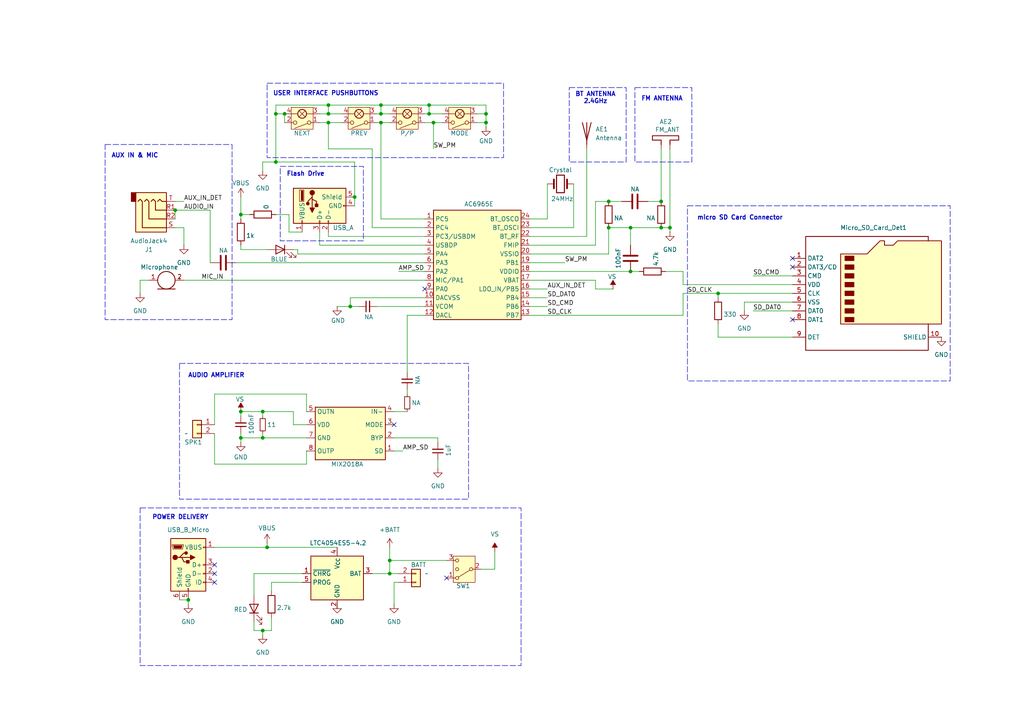
<source format=kicad_sch>
(kicad_sch (version 20231120) (generator "eeschema") (generator_version "8.0")
  (paper "A4")
  (title_block (title "SOLO X5 Reverse Engineering") (date "2024-07-18") (rev "v1.0") (company "Helium Labs"))
  (lib_symbols
    (symbol "Battery_Management:LTC4054ES5-4.2"
      (property "Reference" "U" (at -5.842 6.604 0))
      (property "Value" "LTC4054ES5-4.2" (at 1.524 6.604 0))
      (symbol "LTC4054ES5-4.2_0_1"
        (rectangle (start -7.62 5.08) (end 7.62 -7.62) (stroke (width 0.254)) (fill (type background)))
      )
      (symbol "LTC4054ES5-4.2_1_1"
        (pin open_collector line (at -10.16 0 0) (length 2.54) (name "~{CHRG}") (number "1"))
        (pin power_in line (at 0 -10.16 90) (length 2.54) (name "GND") (number "2"))
        (pin power_out line (at 10.16 0 180) (length 2.54) (name "BAT") (number "3"))
        (pin power_in line (at 0 7.62 270) (length 2.54) (name "V_{CC}") (number "4"))
        (pin bidirectional line (at -10.16 -2.54 0) (length 2.54) (name "PROG") (number "5"))
      )
    )
    (symbol "Connector:Micro_SD_Card_Det1"
      (property "Reference" "J" (at -16.51 17.78 0))
      (property "Value" "Micro_SD_Card_Det1" (at 16.51 17.78 0))
      (symbol "Micro_SD_Card_Det1_0_1"
        (rectangle (start -7.62 -6.985) (end -5.08 -8.255) (stroke (width 0.254)) (fill (type outline)))
        (rectangle (start -7.62 -4.445) (end -5.08 -5.715) (stroke (width 0.254)) (fill (type outline)))
        (rectangle (start -7.62 -1.905) (end -5.08 -3.175) (stroke (width 0.254)) (fill (type outline)))
        (rectangle (start -7.62 0.635) (end -5.08 -0.635) (stroke (width 0.254)) (fill (type outline)))
        (rectangle (start -7.62 3.175) (end -5.08 1.905) (stroke (width 0.254)) (fill (type outline)))
        (rectangle (start -7.62 5.715) (end -5.08 4.445) (stroke (width 0.254)) (fill (type outline)))
        (rectangle (start -7.62 8.255) (end -5.08 6.985) (stroke (width 0.254)) (fill (type outline)))
        (rectangle (start -7.62 10.795) (end -5.08 9.525) (stroke (width 0.254)) (fill (type outline)))
        (polyline (pts (xy 16.51 15.24) (xy 16.51 16.51) (xy -19.05 16.51) (xy -19.05 -16.51) (xy 16.51 -16.51) (xy 16.51 -8.89)) (stroke (width 0.254)))
        (polyline (pts (xy -8.89 -8.89) (xy -8.89 11.43) (xy -1.27 11.43) (xy 2.54 15.24) (xy 3.81 15.24) (xy 3.81 13.97) (xy 6.35 13.97) (xy 7.62 15.24) (xy 20.32 15.24) (xy 20.32 -8.89) (xy -8.89 -8.89)) (stroke (width 0.254)) (fill (type background)))
      )
      (symbol "Micro_SD_Card_Det1_1_1"
        (pin bidirectional line (at -22.86 10.16 0) (length 3.81) (name "DAT2") (number "1"))
        (pin passive line (at 20.32 -12.7 180) (length 3.81) (name "SHIELD") (number "10"))
        (pin bidirectional line (at -22.86 7.62 0) (length 3.81) (name "DAT3/CD") (number "2"))
        (pin input line (at -22.86 5.08 0) (length 3.81) (name "CMD") (number "3"))
        (pin power_in line (at -22.86 2.54 0) (length 3.81) (name "VDD") (number "4"))
        (pin input line (at -22.86 0 0) (length 3.81) (name "CLK") (number "5"))
        (pin power_in line (at -22.86 -2.54 0) (length 3.81) (name "VSS") (number "6"))
        (pin bidirectional line (at -22.86 -5.08 0) (length 3.81) (name "DAT0") (number "7"))
        (pin bidirectional line (at -22.86 -7.62 0) (length 3.81) (name "DAT1") (number "8"))
        (pin passive line (at -22.86 -12.7 0) (length 3.81) (name "DET") (number "9"))
      )
    )
    (symbol "Connector:USB_A" (pin_names (offset 1.016))
      (property "Reference" "J" (at -5.08 11.43 0))
      (property "Value" "USB_A" (at -5.08 8.89 0))
      (symbol "USB_A_0_1"
        (rectangle (start -5.08 -7.62) (end 5.08 7.62) (stroke (width 0.254)) (fill (type background)))
        (circle (center -3.81 2.159) (radius 0.635) (stroke (width 0.254)) (fill (type outline)))
        (rectangle (start -1.524 4.826) (end -4.318 5.334) (fill (type outline)))
        (rectangle (start -1.27 4.572) (end -4.572 5.842))
        (circle (center -0.635 3.429) (radius 0.381) (stroke (width 0.254)) (fill (type outline)))
        (rectangle (start -0.127 -7.62) (end 0.127 -6.858))
        (polyline (pts (xy -3.175 2.159) (xy -2.54 2.159) (xy -1.27 3.429) (xy -0.635 3.429)) (stroke (width 0.254)))
        (polyline (pts (xy -2.54 2.159) (xy -1.905 2.159) (xy -1.27 0.889) (xy 0 0.889)) (stroke (width 0.254)))
        (polyline (pts (xy 0.635 2.794) (xy 0.635 1.524) (xy 1.905 2.159) (xy 0.635 2.794)) (stroke (width 0.254)) (fill (type outline)))
        (rectangle (start 0.254 1.27) (end -0.508 0.508) (stroke (width 0.254)) (fill (type outline)))
        (rectangle (start 5.08 -2.667) (end 4.318 -2.413))
        (rectangle (start 5.08 -0.127) (end 4.318 0.127))
        (rectangle (start 5.08 4.953) (end 4.318 5.207))
      )
      (symbol "USB_A_1_1"
        (polyline (pts (xy -1.905 2.159) (xy 0.635 2.159)) (stroke (width 0.254)))
        (pin power_in line (at 7.62 5.08 180) (length 2.54) (name "VBUS") (number "1"))
        (pin bidirectional line (at 7.62 -2.54 180) (length 2.54) (name "D-") (number "2"))
        (pin bidirectional line (at 7.62 0 180) (length 2.54) (name "D+") (number "3"))
        (pin power_in line (at 0 -10.16 90) (length 2.54) (name "GND") (number "4"))
        (pin passive line (at -2.54 -10.16 90) (length 2.54) (name "Shield") (number "5"))
      )
    )
    (symbol "Connector:USB_B_Micro" (pin_names (offset 1.016))
      (property "Reference" "J" (at -5.08 11.43 0))
      (property "Value" "USB_B_Micro" (at -5.08 8.89 0))
      (symbol "USB_B_Micro_0_1"
        (rectangle (start -5.08 -7.62) (end 5.08 7.62) (stroke (width 0.254)) (fill (type background)))
        (circle (center -3.81 2.159) (radius 0.635) (stroke (width 0.254)) (fill (type outline)))
        (circle (center -0.635 3.429) (radius 0.381) (stroke (width 0.254)) (fill (type outline)))
        (rectangle (start -0.127 -7.62) (end 0.127 -6.858))
        (polyline (pts (xy -1.905 2.159) (xy 0.635 2.159)) (stroke (width 0.254)))
        (polyline (pts (xy -3.175 2.159) (xy -2.54 2.159) (xy -1.27 3.429) (xy -0.635 3.429)) (stroke (width 0.254)))
        (polyline (pts (xy -2.54 2.159) (xy -1.905 2.159) (xy -1.27 0.889) (xy 0 0.889)) (stroke (width 0.254)))
        (polyline (pts (xy 0.635 2.794) (xy 0.635 1.524) (xy 1.905 2.159) (xy 0.635 2.794)) (stroke (width 0.254)) (fill (type outline)))
        (polyline (pts (xy -4.318 5.588) (xy -1.778 5.588) (xy -2.032 4.826) (xy -4.064 4.826) (xy -4.318 5.588)) (fill (type outline)))
        (polyline (pts (xy -4.699 5.842) (xy -4.699 5.588) (xy -4.445 4.826) (xy -4.445 4.572) (xy -1.651 4.572) (xy -1.651 4.826) (xy -1.397 5.588) (xy -1.397 5.842) (xy -4.699 5.842)))
        (rectangle (start 0.254 1.27) (end -0.508 0.508) (stroke (width 0.254)) (fill (type outline)))
        (rectangle (start 5.08 -5.207) (end 4.318 -4.953))
        (rectangle (start 5.08 -2.667) (end 4.318 -2.413))
        (rectangle (start 5.08 -0.127) (end 4.318 0.127))
        (rectangle (start 5.08 4.953) (end 4.318 5.207))
      )
      (symbol "USB_B_Micro_1_1"
        (pin power_out line (at 7.62 5.08 180) (length 2.54) (name "VBUS") (number "1"))
        (pin bidirectional line (at 7.62 -2.54 180) (length 2.54) (name "D-") (number "2"))
        (pin bidirectional line (at 7.62 0 180) (length 2.54) (name "D+") (number "3"))
        (pin passive line (at 7.62 -5.08 180) (length 2.54) (name "ID") (number "4"))
        (pin power_out line (at 0 -10.16 90) (length 2.54) (name "GND") (number "5"))
        (pin passive line (at -2.54 -10.16 90) (length 2.54) (name "Shield") (number "6"))
      )
    )
    (symbol "Connector_Audio:AudioJack4"
      (property "Reference" "J" (at 0 8.89 0))
      (property "Value" "AudioJack4" (at 0 6.35 0))
      (symbol "AudioJack4_0_1"
        (rectangle (start -6.35 -5.08) (end -7.62 -7.62) (stroke (width 0.254)) (fill (type outline)))
        (polyline (pts (xy 0 -5.08) (xy 0.635 -5.715) (xy 1.27 -5.08) (xy 2.54 -5.08)) (stroke (width 0.254)))
        (polyline (pts (xy -5.715 -5.08) (xy -5.08 -5.715) (xy -4.445 -5.08) (xy -4.445 2.54) (xy 2.54 2.54)) (stroke (width 0.254)))
        (polyline (pts (xy -1.905 -5.08) (xy -1.27 -5.715) (xy -0.635 -5.08) (xy -0.635 -2.54) (xy 2.54 -2.54)) (stroke (width 0.254)))
        (polyline (pts (xy 2.54 0) (xy -2.54 0) (xy -2.54 -5.08) (xy -3.175 -5.715) (xy -3.81 -5.08)) (stroke (width 0.254)))
        (rectangle (start 2.54 3.81) (end -6.35 -7.62) (stroke (width 0.254)) (fill (type background)))
      )
      (symbol "AudioJack4_1_1"
        (pin passive line (at 5.08 -2.54 180) (length 2.54) (name "~") (number "R1"))
        (pin passive line (at 5.08 0 180) (length 2.54) (name "~") (number "R2"))
        (pin passive line (at 5.08 2.54 180) (length 2.54) (name "~") (number "S"))
        (pin passive line (at 5.08 -5.08 180) (length 2.54) (name "~") (number "T"))
      )
    )
    (symbol "Connector_Generic:Conn_01x02" (pin_names (offset 1.016) hide)
      (property "Reference" "J" (at 0 2.54 0))
      (property "Value" "Conn_01x02" (at 0 -5.08 0))
      (symbol "Conn_01x02_1_1"
        (rectangle (start -1.27 -2.413) (end 0 -2.667) (stroke (width 0.1524)))
        (rectangle (start -1.27 0.127) (end 0 -0.127) (stroke (width 0.1524)))
        (rectangle (start -1.27 1.27) (end 1.27 -3.81) (stroke (width 0.254)) (fill (type background)))
        (pin passive line (at -5.08 0 0) (length 3.81) (name "Pin_1") (number "1"))
        (pin passive line (at -5.08 -2.54 0) (length 3.81) (name "Pin_2") (number "2"))
      )
    )
    (symbol "Device:Antenna" (pin_numbers hide) (pin_names (offset 1.016) hide)
      (property "Reference" "AE" (at -1.905 1.905 0))
      (property "Value" "Antenna" (at -1.905 0 0))
      (symbol "Antenna_0_1"
        (polyline (pts (xy 0 2.54) (xy 0 -3.81)) (stroke (width 0.254)))
        (polyline (pts (xy 1.27 2.54) (xy 0 -2.54) (xy -1.27 2.54)) (stroke (width 0.254)))
      )
      (symbol "Antenna_1_1"
        (pin input line (at 0 -5.08 90) (length 2.54) (name "A") (number "1"))
      )
    )
    (symbol "Device:Antenna_Dipole" (pin_numbers hide) (pin_names (offset 1.016) hide)
      (property "Reference" "AE" (at 1.27 1.27 0))
      (property "Value" "Antenna_Dipole" (at 1.27 0 0))
      (symbol "Antenna_Dipole_0_1"
        (polyline (pts (xy 2.54 -3.81) (xy 2.54 -2.54) (xy 5.08 -2.54) (xy 5.08 -1.27) (xy -2.54 -1.27) (xy -2.54 -2.54) (xy 0 -2.54) (xy 0 -3.81)) (stroke (width 0.254)))
      )
      (symbol "Antenna_Dipole_1_1"
        (pin input line (at 0 -5.08 90) (length 2.54) (name "~") (number "1"))
        (pin input line (at 2.54 -5.08 90) (length 2.54) (name "~") (number "2"))
      )
    )
    (symbol "Device:C" (pin_numbers hide) (pin_names (offset 0.254))
      (property "Reference" "C" (at 0.635 2.54 0))
      (property "Value" "C" (at 0.635 -2.54 0))
      (symbol "C_0_1"
        (polyline (pts (xy -2.032 -0.762) (xy 2.032 -0.762)) (stroke (width 0.508)))
        (polyline (pts (xy -2.032 0.762) (xy 2.032 0.762)) (stroke (width 0.508)))
      )
      (symbol "C_1_1"
        (pin passive line (at 0 3.81 270) (length 2.794) (name "~") (number "1"))
        (pin passive line (at 0 -3.81 90) (length 2.794) (name "~") (number "2"))
      )
    )
    (symbol "Device:C_Small" (pin_numbers hide) (pin_names (offset 0.254) hide)
      (property "Reference" "C" (at 0.254 1.778 0))
      (property "Value" "C_Small" (at 0.254 -2.032 0))
      (symbol "C_Small_0_1"
        (polyline (pts (xy -1.524 -0.508) (xy 1.524 -0.508)) (stroke (width 0.3302)))
        (polyline (pts (xy -1.524 0.508) (xy 1.524 0.508)) (stroke (width 0.3048)))
      )
      (symbol "C_Small_1_1"
        (pin passive line (at 0 2.54 270) (length 2.032) (name "~") (number "1"))
        (pin passive line (at 0 -2.54 90) (length 2.032) (name "~") (number "2"))
      )
    )
    (symbol "Device:Crystal" (pin_numbers hide) (pin_names (offset 1.016) hide)
      (property "Reference" "Y" (at 0 3.81 0))
      (property "Value" "Crystal" (at 0 -3.81 0))
      (symbol "Crystal_0_1"
        (rectangle (start -1.143 2.54) (end 1.143 -2.54) (stroke (width 0.3048)))
        (polyline (pts (xy -2.54 0) (xy -1.905 0)))
        (polyline (pts (xy -1.905 -1.27) (xy -1.905 1.27)) (stroke (width 0.508)))
        (polyline (pts (xy 1.905 -1.27) (xy 1.905 1.27)) (stroke (width 0.508)))
        (polyline (pts (xy 2.54 0) (xy 1.905 0)))
      )
      (symbol "Crystal_1_1"
        (pin passive line (at -3.81 0 0) (length 1.27) (name "1") (number "1"))
        (pin passive line (at 3.81 0 180) (length 1.27) (name "2") (number "2"))
      )
    )
    (symbol "Device:LED" (pin_numbers hide) (pin_names (offset 1.016) hide)
      (property "Reference" "D" (at 0 2.54 0))
      (property "Value" "LED" (at 0 -2.54 0))
      (symbol "LED_0_1"
        (polyline (pts (xy -1.27 -1.27) (xy -1.27 1.27)) (stroke (width 0.254)))
        (polyline (pts (xy -1.27 0) (xy 1.27 0)))
        (polyline (pts (xy 1.27 -1.27) (xy 1.27 1.27) (xy -1.27 0) (xy 1.27 -1.27)) (stroke (width 0.254)))
        (polyline (pts (xy -3.048 -0.762) (xy -4.572 -2.286) (xy -3.81 -2.286) (xy -4.572 -2.286) (xy -4.572 -1.524)))
        (polyline (pts (xy -1.778 -0.762) (xy -3.302 -2.286) (xy -2.54 -2.286) (xy -3.302 -2.286) (xy -3.302 -1.524)))
      )
      (symbol "LED_1_1"
        (pin passive line (at -3.81 0 0) (length 2.54) (name "K") (number "1"))
        (pin passive line (at 3.81 0 180) (length 2.54) (name "A") (number "2"))
      )
    )
    (symbol "Device:Microphone" (pin_names (offset 0.0254) hide)
      (property "Reference" "MK" (at -3.81 1.27 0))
      (property "Value" "Microphone" (at -3.81 -0.635 0))
      (symbol "Microphone_0_1"
        (polyline (pts (xy -2.54 2.54) (xy -2.54 -2.54)) (stroke (width 0.254)))
        (polyline (pts (xy 0.254 3.81) (xy 0.762 3.81)))
        (polyline (pts (xy 0.508 4.064) (xy 0.508 3.556)))
        (circle (center 0 0) (radius 2.54) (stroke (width 0.254)))
      )
      (symbol "Microphone_1_1"
        (pin passive line (at 0 -5.08 90) (length 2.54) (name "-") (number "1"))
        (pin passive line (at 0 5.08 270) (length 2.54) (name "+") (number "2"))
      )
    )
    (symbol "Device:R" (pin_numbers hide) (pin_names (offset 0))
      (property "Reference" "R" (at 2.032 0 90))
      (property "Value" "R" (at 0 0 90))
      (symbol "R_0_1"
        (rectangle (start -1.016 -2.54) (end 1.016 2.54) (stroke (width 0.254)))
      )
      (symbol "R_1_1"
        (pin passive line (at 0 3.81 270) (length 1.27) (name "~") (number "1"))
        (pin passive line (at 0 -3.81 90) (length 1.27) (name "~") (number "2"))
      )
    )
    (symbol "Device:R_Small" (pin_numbers hide) (pin_names (offset 0.254) hide)
      (property "Reference" "R" (at 0.762 0.508 0))
      (property "Value" "R_Small" (at 0.762 -1.016 0))
      (symbol "R_Small_0_1"
        (rectangle (start -0.762 1.778) (end 0.762 -1.778) (stroke (width 0.2032)))
      )
      (symbol "R_Small_1_1"
        (pin passive line (at 0 2.54 270) (length 0.762) (name "~") (number "1"))
        (pin passive line (at 0 -2.54 90) (length 0.762) (name "~") (number "2"))
      )
    )
    (symbol "MCU_SiliconLabs:EFM8UB31F40G-A-QSOP24"
      (property "Value" "AC6965E" (at -3.81 24.638 0))
      (symbol "EFM8UB31F40G-A-QSOP24_1_1"
        (rectangle (start -12.7 22.86) (end 12.7 -8.89) (stroke (width 0.254)) (fill (type background)))
        (pin bidirectional line (at -15.24 20.32 0) (length 2.54) (name "PC5") (number "1"))
        (pin bidirectional line (at -15.24 -2.54 0) (length 2.54) (name "DACVSS") (number "10"))
        (pin bidirectional line (at -15.24 -5.08 0) (length 2.54) (name "VCOM") (number "11"))
        (pin bidirectional line (at -15.24 -7.62 0) (length 2.54) (name "DACL") (number "12"))
        (pin bidirectional line (at 15.24 -7.62 180) (length 2.54) (name "PB7") (number "13"))
        (pin bidirectional line (at 15.24 -5.08 180) (length 2.54) (name "PB6") (number "14"))
        (pin bidirectional line (at 15.24 -2.54 180) (length 2.54) (name "PB4") (number "15"))
        (pin bidirectional line (at 15.24 0 180) (length 2.54) (name "LDO_IN/PB5") (number "16"))
        (pin bidirectional line (at 15.24 2.54 180) (length 2.54) (name "VBAT") (number "17"))
        (pin bidirectional line (at 15.24 5.08 180) (length 2.54) (name "VDDIO") (number "18"))
        (pin bidirectional line (at 15.24 7.62 180) (length 2.54) (name "PB1") (number "19"))
        (pin bidirectional line (at -15.24 17.78 0) (length 2.54) (name "PC4") (number "2"))
        (pin bidirectional line (at 15.24 10.16 180) (length 2.54) (name "VSSIO") (number "20"))
        (pin bidirectional line (at 15.24 12.7 180) (length 2.54) (name "FMIP") (number "21"))
        (pin bidirectional line (at 15.24 15.24 180) (length 2.54) (name "BT_RF") (number "22"))
        (pin bidirectional line (at 15.24 17.78 180) (length 2.54) (name "BT_OSCI") (number "23"))
        (pin bidirectional line (at 15.24 20.32 180) (length 2.54) (name "BT_OSCO") (number "24"))
        (pin bidirectional line (at -15.24 15.24 0) (length 2.54) (name "PC3/USBDM") (number "3"))
        (pin power_in line (at -15.24 12.7 0) (length 2.54) (name "USBDP") (number "4"))
        (pin bidirectional line (at -15.24 10.16 0) (length 2.54) (name "PA4") (number "5"))
        (pin bidirectional line (at -15.24 7.62 0) (length 2.54) (name "PA3") (number "6"))
        (pin power_in line (at -15.24 5.08 0) (length 2.54) (name "PA2") (number "7"))
        (pin power_in line (at -15.24 2.54 0) (length 2.54) (name "MIC/PA1") (number "8"))
        (pin power_in line (at -15.24 0 0) (length 2.54) (name "PA0") (number "9"))
      )
    )
    (symbol "Regulator_Controller:UC3842_SOIC8"
      (property "Reference" "U2" (at 2.1941 12.7 0))
      (property "Value" "MIX2018A" (at 2.1941 10.16 0))
      (symbol "UC3842_SOIC8_0_1"
        (rectangle (start -10.16 -7.62) (end 10.16 7.62) (stroke (width 0.254)) (fill (type background)))
      )
      (symbol "UC3842_SOIC8_1_1"
        (pin passive line (at -12.7 5.08 0) (length 2.54) (name "SD") (number "1"))
        (pin input line (at -12.7 1.27 0) (length 2.54) (name "BYP") (number "2"))
        (pin input line (at -12.7 -2.54 0) (length 2.54) (name "MODE") (number "3"))
        (pin passive line (at -12.7 -6.35 0) (length 2.54) (name "IN-") (number "4"))
        (pin power_in line (at 12.7 -6.35 180) (length 2.54) (name "OUTN") (number "5"))
        (pin output line (at 12.7 -2.54 180) (length 2.54) (name "VDD") (number "6"))
        (pin power_in line (at 12.7 1.27 180) (length 2.54) (name "GND") (number "7"))
        (pin power_out line (at 12.7 5.08 180) (length 2.54) (name "OUTP") (number "8"))
      )
    )
    (symbol "Switch:SW_SPDT_MSM" (pin_names (offset 0) hide)
      (property "Reference" "SW" (at 0 5.08 0))
      (property "Value" "SW_SPDT_MSM" (at 0 -5.08 0))
      (symbol "SW_SPDT_MSM_0_1"
        (circle (center -2.032 0) (radius 0.4572))
        (polyline (pts (xy -1.651 0.254) (xy 1.651 2.286)))
        (circle (center 2.032 -2.54) (radius 0.4572))
        (circle (center 2.032 0) (radius 0.4572))
        (circle (center 2.032 2.54) (radius 0.4572))
      )
      (symbol "SW_SPDT_MSM_1_1"
        (rectangle (start -3.175 3.81) (end 3.175 -3.81) (fill (type background)))
        (pin passive line (at 5.08 2.54 180) (length 2.54) (name "1") (number "1"))
        (pin passive line (at -5.08 0 0) (length 2.54) (name "3") (number "2"))
        (pin passive line (at 5.08 -2.54 180) (length 2.54) (name "4") (number "3"))
      )
    )
    (symbol "Switch:SW_SPST_Lamp" (pin_names (offset 1.016) hide)
      (property "Reference" "SW" (at 0 6.35 0))
      (property "Value" "SW_SPST_Lamp" (at 0 -3.81 0))
      (symbol "SW_SPST_Lamp_0_1"
        (circle (center -2.032 2.54) (radius 0.508))
        (polyline (pts (xy -2.54 0) (xy -1.27 0)))
        (polyline (pts (xy -1.524 2.794) (xy 2.159 4.191)))
        (polyline (pts (xy -0.889 -0.889) (xy 0.889 0.889)))
        (polyline (pts (xy 0.889 -0.889) (xy -0.889 0.889)))
        (polyline (pts (xy 2.54 0) (xy 1.27 0)))
        (circle (center 0 0) (radius 1.27) (stroke (width 0.254)))
        (circle (center 2.032 2.54) (radius 0.508))
        (pin passive line (at -5.08 2.54 0) (length 2.54) (name "1") (number "1"))
        (pin passive line (at 5.08 2.54 180) (length 2.54) (name "2") (number "2"))
        (pin passive line (at -5.08 0 0) (length 2.54) (name "L") (number "3"))
        (pin passive line (at 5.08 0 180) (length 2.54) (name "L") (number "4"))
      )
      (symbol "SW_SPST_Lamp_1_1"
        (rectangle (start -3.175 4.445) (end 3.175 -1.905) (fill (type background)))
      )
    )
    (symbol "power:+BATT" (power) (pin_numbers hide) (pin_names (offset 0) hide)
      (property "Value" "+BATT" (at 0 3.556 0))
      (symbol "+BATT_0_1"
        (polyline (pts (xy -0.762 1.27) (xy 0 2.54)))
        (polyline (pts (xy 0 0) (xy 0 2.54)))
        (polyline (pts (xy 0 2.54) (xy 0.762 1.27)))
      )
      (symbol "+BATT_1_1"
        (pin power_in line (at 0 0 90) (length 0) (name "~") (number "1"))
      )
    )
    (symbol "power:GND" (power) (pin_numbers hide) (pin_names (offset 0) hide)
      (property "Value" "GND" (at 0 -3.81 0))
      (symbol "GND_0_1"
        (polyline (pts (xy 0 0) (xy 0 -1.27) (xy 1.27 -1.27) (xy 0 -2.54) (xy -1.27 -1.27) (xy 0 -1.27)))
      )
      (symbol "GND_1_1"
        (pin power_in line (at 0 0 270) (length 0) (name "~") (number "1"))
      )
    )
    (symbol "power:VBUS" (power) (pin_numbers hide) (pin_names (offset 0) hide)
      (property "Value" "VBUS" (at 0 3.556 0))
      (symbol "VBUS_0_1"
        (polyline (pts (xy -0.762 1.27) (xy 0 2.54)))
        (polyline (pts (xy 0 0) (xy 0 2.54)))
        (polyline (pts (xy 0 2.54) (xy 0.762 1.27)))
      )
      (symbol "VBUS_1_1"
        (pin power_in line (at 0 0 90) (length 0) (name "~") (number "1"))
      )
    )
    (symbol "power:VS" (power) (pin_numbers hide) (pin_names (offset 0) hide)
      (property "Value" "VS" (at 0 3.556 0))
      (symbol "VS_0_1"
        (polyline (pts (xy 0 0) (xy 0 2.54)))
        (polyline (pts (xy 0.762 1.27) (xy -0.762 1.27) (xy 0 2.54) (xy 0.762 1.27)) (fill (type outline)))
      )
      (symbol "VS_1_1"
        (pin power_in line (at 0 0 90) (length 0) (name "~") (number "1"))
      )
    )
  )
  (junction (at 77.47 158.75))
  (junction (at 124.46 33.02))
  (junction (at 194.31 66.04))
  (junction (at 76.2 119.38))
  (junction (at 113.03 162.56))
  (junction (at 95.25 35.56))
  (junction (at 208.28 85.09))
  (junction (at 69.85 62.23))
  (junction (at 69.85 119.38))
  (junction (at 102.87 57.15))
  (junction (at 140.97 33.02))
  (junction (at 110.49 33.02))
  (junction (at 176.53 66.04))
  (junction (at 76.2 182.88))
  (junction (at 110.49 30.48))
  (junction (at 140.97 35.56))
  (junction (at 182.88 78.74))
  (junction (at 182.88 66.04))
  (junction (at 50.8 60.96))
  (junction (at 101.6 88.9))
  (junction (at 124.46 30.48))
  (junction (at 95.25 30.48))
  (junction (at 95.25 33.02))
  (junction (at 80.01 33.02))
  (junction (at 76.2 127))
  (junction (at 113.03 166.37))
  (junction (at 125.73 35.56))
  (junction (at 191.77 66.04))
  (junction (at 69.85 127))
  (junction (at 191.77 58.42))
  (junction (at 80.01 46.99))
  (junction (at 54.61 173.99))
  (junction (at 110.49 35.56))
  (junction (at 82.55 33.02))
  (junction (at 176.53 58.42))
  (no_connect (at 229.87 92.71))
  (no_connect (at 123.19 83.82))
  (no_connect (at 114.3 123.19))
  (no_connect (at 62.23 168.91))
  (no_connect (at 229.87 77.47))
  (no_connect (at 62.23 163.83))
  (no_connect (at 229.87 74.93))
  (no_connect (at 62.23 166.37))
  (no_connect (at 129.54 167.64))
  (wire (pts (xy 62.23 134.62) (xy 88.9 134.62)))
  (wire (pts (xy 62.23 114.3) (xy 62.23 123.19)))
  (wire (pts (xy 125.73 43.18) (xy 125.73 35.56)))
  (wire (pts (xy 83.82 67.31) (xy 87.63 67.31)))
  (wire (pts (xy 40.64 81.28) (xy 43.18 81.28)))
  (wire (pts (xy 123.19 91.44) (xy 118.11 91.44)))
  (wire (pts (xy 113.03 158.75) (xy 113.03 162.56)))
  (wire (pts (xy 107.95 43.18) (xy 107.95 66.04)))
  (wire (pts (xy 115.57 168.91) (xy 114.3 168.91)))
  (wire (pts (xy 78.74 179.07) (xy 78.74 182.88)))
  (wire (pts (xy 109.22 88.9) (xy 123.19 88.9)))
  (wire (pts (xy 140.97 33.02) (xy 140.97 30.48)))
  (wire (pts (xy 128.27 35.56) (xy 125.73 35.56)))
  (wire (pts (xy 140.97 35.56) (xy 140.97 33.02)))
  (wire (pts (xy 104.14 88.9) (xy 101.6 88.9)))
  (wire (pts (xy 215.9 87.63) (xy 215.9 90.17)))
  (wire (pts (xy 60.96 60.96) (xy 60.96 76.2)))
  (wire (pts (xy 218.44 90.17) (xy 229.87 90.17)))
  (wire (pts (xy 95.25 35.56) (xy 92.71 35.56)))
  (wire (pts (xy 113.03 35.56) (xy 110.49 35.56)))
  (wire (pts (xy 110.49 63.5) (xy 123.19 63.5)))
  (wire (pts (xy 107.95 166.37) (xy 113.03 166.37)))
  (wire (pts (xy 127 128.27) (xy 127 127)))
  (wire (pts (xy 78.74 182.88) (xy 76.2 182.88)))
  (wire (pts (xy 176.53 73.66) (xy 153.67 73.66)))
  (wire (pts (xy 87.63 168.91) (xy 78.74 168.91)))
  (wire (pts (xy 40.64 85.09) (xy 40.64 81.28)))
  (wire (pts (xy 92.71 67.31) (xy 92.71 71.12)))
  (wire (pts (xy 86.36 73.66) (xy 123.19 73.66)))
  (wire (pts (xy 88.9 119.38) (xy 88.9 114.3)))
  (wire (pts (xy 139.7 165.1) (xy 143.51 165.1)))
  (wire (pts (xy 198.12 82.55) (xy 229.87 82.55)))
  (wire (pts (xy 54.61 175.26) (xy 54.61 173.99)))
  (wire (pts (xy 166.37 53.34) (xy 166.37 66.04)))
  (wire (pts (xy 88.9 134.62) (xy 88.9 130.81)))
  (wire (pts (xy 140.97 30.48) (xy 124.46 30.48)))
  (wire (pts (xy 95.25 43.18) (xy 95.25 35.56)))
  (wire (pts (xy 191.77 43.18) (xy 191.77 58.42)))
  (wire (pts (xy 208.28 93.98) (xy 208.28 97.79)))
  (wire (pts (xy 69.85 63.5) (xy 69.85 62.23)))
  (wire (pts (xy 69.85 62.23) (xy 72.39 62.23)))
  (wire (pts (xy 68.58 76.2) (xy 123.19 76.2)))
  (wire (pts (xy 95.25 43.18) (xy 107.95 43.18)))
  (wire (pts (xy 218.44 80.01) (xy 229.87 80.01)))
  (wire (pts (xy 118.11 91.44) (xy 118.11 107.95)))
  (wire (pts (xy 118.11 119.38) (xy 114.3 119.38)))
  (wire (pts (xy 69.85 57.15) (xy 69.85 62.23)))
  (wire (pts (xy 77.47 72.39) (xy 69.85 72.39)))
  (wire (pts (xy 170.18 68.58) (xy 170.18 43.18)))
  (wire (pts (xy 86.36 72.39) (xy 86.36 73.66)))
  (wire (pts (xy 69.85 127) (xy 69.85 128.27)))
  (wire (pts (xy 62.23 158.75) (xy 77.47 158.75)))
  (wire (pts (xy 69.85 127) (xy 76.2 127)))
  (wire (pts (xy 69.85 119.38) (xy 69.85 120.65)))
  (wire (pts (xy 124.46 33.02) (xy 124.46 30.48)))
  (wire (pts (xy 69.85 72.39) (xy 69.85 71.12)))
  (wire (pts (xy 153.67 71.12) (xy 172.72 71.12)))
  (wire (pts (xy 187.96 58.42) (xy 191.77 58.42)))
  (wire (pts (xy 97.79 176.53) (xy 97.79 175.26)))
  (wire (pts (xy 80.01 46.99) (xy 80.01 33.02)))
  (wire (pts (xy 76.2 119.38) (xy 85.09 119.38)))
  (wire (pts (xy 194.31 66.04) (xy 194.31 67.31)))
  (wire (pts (xy 52.07 173.99) (xy 54.61 173.99)))
  (wire (pts (xy 110.49 35.56) (xy 109.22 35.56)))
  (wire (pts (xy 53.34 66.04) (xy 53.34 71.12)))
  (wire (pts (xy 172.72 83.82) (xy 172.72 81.28)))
  (wire (pts (xy 50.8 63.5) (xy 50.8 60.96)))
  (wire (pts (xy 198.12 85.09) (xy 198.12 91.44)))
  (wire (pts (xy 82.55 35.56) (xy 82.55 33.02)))
  (wire (pts (xy 229.87 87.63) (xy 215.9 87.63)))
  (wire (pts (xy 80.01 62.23) (xy 83.82 62.23)))
  (wire (pts (xy 97.79 88.9) (xy 101.6 88.9)))
  (wire (pts (xy 88.9 114.3) (xy 62.23 114.3)))
  (wire (pts (xy 102.87 57.15) (xy 102.87 46.99)))
  (wire (pts (xy 172.72 71.12) (xy 172.72 58.42)))
  (wire (pts (xy 138.43 35.56) (xy 140.97 35.56)))
  (wire (pts (xy 153.67 78.74) (xy 182.88 78.74)))
  (wire (pts (xy 102.87 59.69) (xy 102.87 57.15)))
  (wire (pts (xy 153.67 83.82) (xy 158.75 83.82)))
  (wire (pts (xy 83.82 67.31) (xy 83.82 62.23)))
  (wire (pts (xy 99.06 33.02) (xy 95.25 33.02)))
  (wire (pts (xy 158.75 86.36) (xy 153.67 86.36)))
  (wire (pts (xy 76.2 119.38) (xy 76.2 120.65)))
  (wire (pts (xy 182.88 66.04) (xy 191.77 66.04)))
  (wire (pts (xy 50.8 60.96) (xy 60.96 60.96)))
  (wire (pts (xy 76.2 127) (xy 88.9 127)))
  (wire (pts (xy 124.46 30.48) (xy 110.49 30.48)))
  (wire (pts (xy 50.8 66.04) (xy 53.34 66.04)))
  (wire (pts (xy 76.2 127) (xy 76.2 125.73)))
  (wire (pts (xy 153.67 68.58) (xy 170.18 68.58)))
  (wire (pts (xy 95.25 33.02) (xy 95.25 30.48)))
  (wire (pts (xy 128.27 33.02) (xy 124.46 33.02)))
  (wire (pts (xy 110.49 30.48) (xy 95.25 30.48)))
  (wire (pts (xy 176.53 66.04) (xy 182.88 66.04)))
  (wire (pts (xy 110.49 33.02) (xy 109.22 33.02)))
  (wire (pts (xy 123.19 86.36) (xy 101.6 86.36)))
  (wire (pts (xy 110.49 35.56) (xy 110.49 63.5)))
  (wire (pts (xy 102.87 46.99) (xy 80.01 46.99)))
  (wire (pts (xy 113.03 162.56) (xy 129.54 162.56)))
  (wire (pts (xy 85.09 72.39) (xy 86.36 72.39)))
  (wire (pts (xy 208.28 86.36) (xy 208.28 85.09)))
  (wire (pts (xy 153.67 91.44) (xy 198.12 91.44)))
  (wire (pts (xy 97.79 158.75) (xy 77.47 158.75)))
  (wire (pts (xy 76.2 46.99) (xy 80.01 46.99)))
  (wire (pts (xy 166.37 66.04) (xy 153.67 66.04)))
  (wire (pts (xy 194.31 43.18) (xy 194.31 66.04)))
  (wire (pts (xy 143.51 160.02) (xy 143.51 165.1)))
  (wire (pts (xy 107.95 66.04) (xy 123.19 66.04)))
  (wire (pts (xy 194.31 66.04) (xy 191.77 66.04)))
  (wire (pts (xy 82.55 33.02) (xy 80.01 33.02)))
  (wire (pts (xy 172.72 81.28) (xy 153.67 81.28)))
  (wire (pts (xy 77.47 157.48) (xy 77.47 158.75)))
  (wire (pts (xy 116.84 130.81) (xy 114.3 130.81)))
  (wire (pts (xy 158.75 88.9) (xy 153.67 88.9)))
  (wire (pts (xy 99.06 35.56) (xy 95.25 35.56)))
  (wire (pts (xy 153.67 76.2) (xy 163.83 76.2)))
  (wire (pts (xy 114.3 168.91) (xy 114.3 175.26)))
  (wire (pts (xy 87.63 166.37) (xy 73.66 166.37)))
  (wire (pts (xy 198.12 78.74) (xy 198.12 82.55)))
  (wire (pts (xy 182.88 78.74) (xy 185.42 78.74)))
  (wire (pts (xy 115.57 78.74) (xy 123.19 78.74)))
  (wire (pts (xy 92.71 71.12) (xy 123.19 71.12)))
  (wire (pts (xy 62.23 134.62) (xy 62.23 125.73)))
  (wire (pts (xy 80.01 33.02) (xy 80.01 30.48)))
  (wire (pts (xy 110.49 33.02) (xy 110.49 30.48)))
  (wire (pts (xy 113.03 33.02) (xy 110.49 33.02)))
  (wire (pts (xy 208.28 85.09) (xy 229.87 85.09)))
  (wire (pts (xy 76.2 49.53) (xy 76.2 46.99)))
  (wire (pts (xy 85.09 123.19) (xy 85.09 119.38)))
  (wire (pts (xy 229.87 97.79) (xy 208.28 97.79)))
  (wire (pts (xy 158.75 53.34) (xy 158.75 63.5)))
  (wire (pts (xy 95.25 30.48) (xy 80.01 30.48)))
  (wire (pts (xy 69.85 119.38) (xy 76.2 119.38)))
  (wire (pts (xy 138.43 33.02) (xy 140.97 33.02)))
  (wire (pts (xy 95.25 67.31) (xy 95.25 68.58)))
  (wire (pts (xy 73.66 182.88) (xy 76.2 182.88)))
  (wire (pts (xy 113.03 162.56) (xy 113.03 166.37)))
  (wire (pts (xy 78.74 168.91) (xy 78.74 171.45)))
  (wire (pts (xy 73.66 180.34) (xy 73.66 182.88)))
  (wire (pts (xy 140.97 35.56) (xy 140.97 36.83)))
  (wire (pts (xy 193.04 78.74) (xy 198.12 78.74)))
  (wire (pts (xy 88.9 123.19) (xy 85.09 123.19)))
  (wire (pts (xy 177.8 83.82) (xy 172.72 83.82)))
  (wire (pts (xy 73.66 166.37) (xy 73.66 172.72)))
  (wire (pts (xy 101.6 86.36) (xy 101.6 88.9)))
  (wire (pts (xy 127 135.89) (xy 127 133.35)))
  (wire (pts (xy 158.75 63.5) (xy 153.67 63.5)))
  (wire (pts (xy 76.2 184.15) (xy 76.2 182.88)))
  (wire (pts (xy 113.03 166.37) (xy 115.57 166.37)))
  (wire (pts (xy 198.12 85.09) (xy 208.28 85.09)))
  (wire (pts (xy 53.34 81.28) (xy 123.19 81.28)))
  (wire (pts (xy 118.11 113.03) (xy 118.11 114.3)))
  (wire (pts (xy 95.25 33.02) (xy 92.71 33.02)))
  (wire (pts (xy 50.8 58.42) (xy 53.34 58.42)))
  (wire (pts (xy 182.88 66.04) (xy 182.88 71.12)))
  (wire (pts (xy 127 127) (xy 114.3 127)))
  (wire (pts (xy 69.85 127) (xy 69.85 125.73)))
  (wire (pts (xy 172.72 58.42) (xy 176.53 58.42)))
  (wire (pts (xy 176.53 58.42) (xy 180.34 58.42)))
  (wire (pts (xy 124.46 33.02) (xy 123.19 33.02)))
  (wire (pts (xy 176.53 66.04) (xy 176.53 73.66)))
  (wire (pts (xy 95.25 68.58) (xy 123.19 68.58)))
  (wire (pts (xy 123.19 35.56) (xy 125.73 35.56)))
  (rectangle (start 77.47 24.13) (end 146.05 45.72) (stroke (width 0) (type dash)))
  (rectangle (start 199.39 59.69) (end 275.59 110.49) (stroke (width 0) (type dash)))
  (rectangle (start 184.15 25.4) (end 200.66 46.99) (stroke (width 0) (type dash)))
  (rectangle (start 30.48 41.91) (end 67.31 92.71) (stroke (width 0) (type dash)))
  (rectangle (start 81.28 48.26) (end 105.41 69.85) (stroke (width 0) (type dash)))
  (rectangle (start 52.07 105.41) (end 135.89 144.78) (stroke (width 0) (type dash)))
  (rectangle (start 40.64 147.32) (end 151.13 193.04) (stroke (width 0) (type dash)))
  (rectangle (start 165.1 25.4) (end 181.61 46.99) (stroke (width 0) (type dash)))
  (text "AUDIO AMPLIFIER" (at 62.738 108.966 0) (effects (font (size 1.27 1.27) (thickness 0.254) (bold yes))))
  (text "Flash Drive" (at 88.646 50.546 0) (effects (font (size 1.27 1.27) (thickness 0.254) (bold yes))))
  (text "FM ANTENNA" (at 192.024 28.702 0) (effects (font (size 1.27 1.27) (thickness 0.254) (bold yes))))
  (text "micro SD Card Connector" (at 214.63 63.246 0) (effects (font (size 1.27 1.27) (thickness 0.254) (bold yes))))
  (text "AUX IN & MIC" (at 39.116 45.212 0) (effects (font (size 1.27 1.27) (thickness 0.254) (bold yes))))
  (text "POWER DELIVERY" (at 52.324 150.114 0) (effects (font (size 1.27 1.27) (thickness 0.254) (bold yes))))
  (text "BT ANTENNA\n2.4GHz" (at 172.72 28.448 0) (effects (font (size 1.27 1.27) (thickness 0.254) (bold yes))))
  (text "USER INTERFACE PUSHBUTTONS" (at 94.488 27.178 0) (effects (font (size 1.27 1.27) (thickness 0.254) (bold yes))))
  (label "SD_CMD" (at 218.44 80.01 0))
  (label "MIC_IN" (at 58.42 81.28 0))
  (label "SD_DAT0" (at 158.75 86.36 0))
  (label "SD_CLK" (at 158.75 91.44 0))
  (label "AUX_IN_DET" (at 158.75 83.82 0))
  (label "AUX_IN_DET" (at 53.34 58.42 0))
  (label "SD_CMD" (at 158.75 88.9 0))
  (label "AUDIO_IN" (at 53.34 60.96 0))
  (label "SD_DAT0" (at 218.44 90.17 0))
  (label "SW_PM" (at 125.73 43.18 0))
  (label "SW_PM" (at 163.83 76.2 0))
  (label "AMP_SD" (at 115.57 78.74 0))
  (label "AMP_SD" (at 116.84 130.81 0))
  (label "SD_CLK" (at 199.39 85.09 0))
  (symbol (lib_id "power:GND") (at 53.34 71.12 0) (unit 1)
    (property "Reference" "#PWR014" (effects (hide yes)))
    (property "Value" "GND" (at 53.34 76.2 0))
    (property "Description" "Power symbol creates a global label with name \"GND\" , ground" (effects (hide yes)))
  )
  (symbol (lib_id "Device:C_Small") (at 118.11 110.49 180) (unit 1)
    (property "Reference" "C4" (effects (hide yes)))
    (property "Value" "NA" (at 121.158 110.236 90))
    (property "Description" "Unpolarized capacitor, small symbol" (effects (hide yes)))
  )
  (symbol (lib_id "Device:Microphone") (at 48.26 81.28 270) (mirror x) (unit 1)
    (property "Reference" "MK1" (effects (hide yes)))
    (property "Value" "Microphone" (at 46.228 77.47 90))
    (property "Description" "Microphone" (effects (hide yes)))
  )
  (symbol (lib_id "power:GND") (at 97.79 88.9 0) (unit 1)
    (property "Reference" "#PWR016" (effects (hide yes)))
    (property "Value" "GND" (at 98.044 92.964 0))
    (property "Description" "Power symbol creates a global label with name \"GND\" , ground" (effects (hide yes)))
  )
  (symbol (lib_id "Device:LED") (at 81.28 72.39 0) (mirror y) (unit 1)
    (property "Reference" "BLUE" (at 78.486 75.184 0) (effects (justify right)))
    (property "Value" "LED" (effects (hide yes)))
    (property "Description" "Light emitting diode" (effects (hide yes)))
  )
  (symbol (lib_id "Device:R") (at 76.2 62.23 90) (unit 1)
    (property "Reference" "R7" (effects (hide yes)))
    (property "Value" "0" (at 77.216 60.706 0) (effects (justify left)))
    (property "Description" "Resistor" (effects (hide yes)))
  )
  (symbol (lib_id "power:GND") (at 76.2 49.53 0) (unit 1)
    (property "Reference" "#PWR012" (effects (hide yes)))
    (property "Value" "GND" (at 76.2 54.61 0))
    (property "Description" "Power symbol creates a global label with name \"GND\" , ground" (effects (hide yes)))
  )
  (symbol (lib_id "Device:R") (at 189.23 78.74 90) (unit 1)
    (property "Reference" "R5" (effects (hide yes)))
    (property "Value" "4.7k" (at 190.246 77.216 0) (effects (justify left)))
    (property "Description" "Resistor" (effects (hide yes)))
  )
  (symbol (lib_id "Switch:SW_SPST_Lamp") (at 118.11 33.02 180) (unit 1)
    (property "Reference" "P/P" (at 118.11 38.608 0))
    (property "Value" "SW_SPST_Lamp" (effects (hide yes)))
    (property "Description" "Single Pole Single Throw (SPST) switch with signal lamp, generic" (effects (hide yes)))
  )
  (symbol (lib_id "power:GND") (at 54.61 175.26 0) (unit 1)
    (property "Reference" "#PWR01" (effects (hide yes)))
    (property "Value" "GND" (at 54.61 180.34 0))
    (property "Description" "Power symbol creates a global label with name \"GND\" , ground" (effects (hide yes)))
  )
  (symbol (lib_id "MCU_SiliconLabs:EFM8UB31F40G-A-QSOP24") (at 138.43 83.82 0) (unit 1)
    (property "Reference" "U3" (effects (hide yes)))
    (property "Value" "AC6965E" (at 134.62 59.182 0) (effects (justify left)))
  )
  (symbol (lib_id "Device:C") (at 184.15 58.42 90) (unit 1)
    (property "Reference" "C1" (effects (hide yes)))
    (property "Value" "NA" (at 184.15 54.864 90))
    (property "Description" "Unpolarized capacitor" (effects (hide yes)))
  )
  (symbol (lib_id "Regulator_Controller:UC3842_SOIC8") (at 101.6 125.73 180) (unit 1)
    (property "Reference" "U2" (effects (hide yes)))
    (property "Value" "MIX2018A" (at 105.41 134.62 0) (effects (justify left)))
    (property "Footprint" "Package_SO:SOIC-8_3.9x4.9mm_P1.27mm" (effects (hide yes)))
    (property "Datasheet" "http://www.ti.com/lit/ds/symlink/uc3842.pdf" (effects (hide yes)))
    (property "Description" "Current-Mode PWM Controllers, 100% Duty Cycle, 16V/10V UVLO, SOIC-8" (effects (hide yes)))
  )
  (symbol (lib_id "Switch:SW_SPST_Lamp") (at 104.14 33.02 180) (unit 1)
    (property "Reference" "PREV" (at 104.14 38.608 0))
    (property "Value" "SW_SPST_Lamp" (effects (hide yes)))
    (property "Description" "Single Pole Single Throw (SPST) switch with signal lamp, generic" (effects (hide yes)))
  )
  (symbol (lib_id "power:GND") (at 273.05 97.79 0) (unit 1)
    (property "Reference" "#PWR015" (effects (hide yes)))
    (property "Value" "GND" (at 273.05 102.87 0))
    (property "Description" "Power symbol creates a global label with name \"GND\" , ground" (effects (hide yes)))
  )
  (symbol (lib_id "Device:R") (at 208.28 90.17 0) (unit 1)
    (property "Reference" "R6" (effects (hide yes)))
    (property "Value" "330" (at 209.804 91.186 0) (effects (justify left)))
    (property "Description" "Resistor" (effects (hide yes)))
  )
  (symbol (lib_id "Device:R") (at 78.74 175.26 0) (unit 1)
    (property "Reference" "R1" (effects (hide yes)))
    (property "Value" "2.7k" (at 80.264 176.276 0) (effects (justify left)))
    (property "Description" "Resistor" (effects (hide yes)))
  )
  (symbol (lib_id "power:VBUS") (at 69.85 57.15 0) (unit 1)
    (property "Reference" "#PWR09" (effects (hide yes)))
    (property "Value" "VBUS" (at 69.85 53.086 0))
    (property "Description" "Power symbol creates a global label with name \"VBUS\"" (effects (hide yes)))
  )
  (symbol (lib_id "Connector_Generic:Conn_01x02") (at 57.15 123.19 0) (mirror y) (unit 1)
    (property "Reference" "SPK1" (at 58.674 128.27 0) (effects (justify left)))
    (property "Value" "~" (at 54.61 125.7299 0) (effects (justify left)))
    (property "Description" "Generic connector, single row, 01x02, script generated (kicad-library-utils/schlib/autogen/connector/)" (effects (hide yes)))
  )
  (symbol (lib_id "Connector:Micro_SD_Card_Det1") (at 252.73 85.09 0) (unit 1)
    (property "Reference" "J4" (effects (hide yes)))
    (property "Value" "Micro_SD_Card_Det1" (at 253.365 66.04 0))
    (property "Datasheet" "https://datasheet.lcsc.com/lcsc/2110151630_XKB-Connectivity-XKTF-015-N_C381082.pdf" (effects (hide yes)))
    (property "Description" "Micro SD Card Socket with one card detection pin" (effects (hide yes)))
  )
  (symbol (lib_id "Switch:SW_SPST_Lamp") (at 133.35 33.02 180) (unit 1)
    (property "Reference" "MODE" (at 133.35 38.608 0))
    (property "Value" "SW_SPST_Lamp" (effects (hide yes)))
    (property "Description" "Single Pole Single Throw (SPST) switch with signal lamp, generic" (effects (hide yes)))
  )
  (symbol (lib_id "Device:R_Small") (at 76.2 123.19 0) (unit 1)
    (property "Reference" "R10" (effects (hide yes)))
    (property "Value" "11" (at 77.47 123.19 0) (effects (justify left)))
    (property "Description" "Resistor, small symbol" (effects (hide yes)))
  )
  (symbol (lib_id "Device:C") (at 64.77 76.2 90) (unit 1)
    (property "Reference" "C3" (effects (hide yes)))
    (property "Value" "NA" (at 64.77 72.644 90))
    (property "Description" "Unpolarized capacitor" (effects (hide yes)))
  )
  (symbol (lib_id "power:GND") (at 194.31 67.31 0) (unit 1)
    (property "Reference" "#PWR08" (effects (hide yes)))
    (property "Value" "GND" (at 194.31 72.39 0))
    (property "Description" "Power symbol creates a global label with name \"GND\" , ground" (effects (hide yes)))
  )
  (symbol (lib_id "power:GND") (at 127 135.89 0) (unit 1)
    (property "Reference" "#PWR020" (effects (hide yes)))
    (property "Value" "GND" (at 127 140.97 0))
    (property "Description" "Power symbol creates a global label with name \"GND\" , ground" (effects (hide yes)))
  )
  (symbol (lib_id "power:GND") (at 76.2 184.15 0) (unit 1)
    (property "Reference" "#PWR04" (effects (hide yes)))
    (property "Value" "GND" (at 76.2 189.23 0))
    (property "Description" "Power symbol creates a global label with name \"GND\" , ground" (effects (hide yes)))
  )
  (symbol (lib_id "power:VBUS") (at 77.47 157.48 0) (unit 1)
    (property "Reference" "#PWR05" (effects (hide yes)))
    (property "Value" "VBUS" (at 77.47 153.162 0))
    (property "Description" "Power symbol creates a global label with name \"VBUS\"" (effects (hide yes)))
  )
  (symbol (lib_id "Device:R") (at 191.77 62.23 0) (unit 1)
    (property "Reference" "R3" (effects (hide yes)))
    (property "Value" "NA" (at 187.452 63.246 0) (effects (justify left)))
    (property "Description" "Resistor" (effects (hide yes)))
  )
  (symbol (lib_id "power:GND") (at 69.85 128.27 0) (unit 1)
    (property "Reference" "#PWR021" (effects (hide yes)))
    (property "Value" "GND" (at 69.85 132.588 0))
    (property "Description" "Power symbol creates a global label with name \"GND\" , ground" (effects (hide yes)))
  )
  (symbol (lib_id "Battery_Management:LTC4054ES5-4.2") (at 97.79 166.37 0) (unit 1)
    (property "Reference" "U1" (effects (hide yes)))
    (property "Value" "LTC4054ES5-4.2" (at 98.044 157.48 0))
    (property "Footprint" "Package_TO_SOT_SMD:TSOT-23-5" (effects (hide yes)))
    (property "Datasheet" "https://www.analog.com/media/en/technical-documentation/data-sheets/405442xf.pdf" (effects (hide yes)))
    (property "Description" "Constant-current/constant-voltage linear charger for single cell lithium-ion batteries with 2.9V Trickle Charge, 4.5V to 6.5V VDD, -40 to +85 degree Celsius, TSOT-23-5" (effects (hide yes)))
  )
  (symbol (lib_id "Device:Antenna_Dipole") (at 191.77 38.1 0) (unit 1)
    (property "Reference" "AE2" (at 191.262 35.306 0) (effects (justify left)))
    (property "Value" "FM_ANT" (at 189.992 37.592 0) (effects (justify left)))
    (property "Description" "Dipole antenna" (effects (hide yes)))
  )
  (symbol (lib_id "Device:Antenna") (at 170.18 38.1 0) (unit 1)
    (property "Reference" "AE1" (at 172.72 37.4649 0) (effects (justify left)))
    (property "Value" "Antenna" (at 172.72 40.0049 0) (effects (justify left)))
    (property "Description" "Antenna" (effects (hide yes)))
  )
  (symbol (lib_id "Device:C_Small") (at 127 130.81 180) (unit 1)
    (property "Reference" "C7" (effects (hide yes)))
    (property "Value" "1uF" (at 130.048 130.556 90))
    (property "Description" "Unpolarized capacitor, small symbol" (effects (hide yes)))
  )
  (symbol (lib_id "power:GND") (at 97.79 175.26 0) (unit 1)
    (property "Reference" "#PWR03" (effects (hide yes)))
    (property "Value" "GND" (at 97.79 180.34 0))
    (property "Description" "Power symbol creates a global label with name \"GND\" , ground" (effects (hide yes)))
  )
  (symbol (lib_id "power:+BATT") (at 113.03 158.75 0) (unit 1)
    (property "Reference" "#PWR06" (effects (hide yes)))
    (property "Value" "+BATT" (at 113.03 153.67 0))
    (property "Description" "Power symbol creates a global label with name \"+BATT\"" (effects (hide yes)))
  )
  (symbol (lib_id "Connector:USB_A") (at 92.71 59.69 90) (mirror x) (unit 1)
    (property "Reference" "J3" (effects (hide yes)))
    (property "Value" "USB_A" (at 99.568 66.04 90))
    (property "Description" "USB Type A connector" (effects (hide yes)))
  )
  (symbol (lib_id "power:VS") (at 143.51 160.02 0) (unit 1)
    (property "Reference" "#PWR07" (effects (hide yes)))
    (property "Value" "VS" (at 143.51 154.94 0))
    (property "Description" "Power symbol creates a global label with name \"VS\"" (effects (hide yes)))
  )
  (symbol (lib_id "Connector_Generic:Conn_01x02") (at 120.65 168.91 0) (mirror x) (unit 1)
    (property "Reference" "BATT" (at 119.126 163.83 0) (effects (justify left)))
    (property "Value" "~" (at 123.19 166.3701 0) (effects (justify left)))
    (property "Description" "Generic connector, single row, 01x02, script generated (kicad-library-utils/schlib/autogen/connector/)" (effects (hide yes)))
  )
  (symbol (lib_id "Device:R") (at 69.85 67.31 0) (unit 1)
    (property "Reference" "R4" (effects (hide yes)))
    (property "Value" "1k" (at 71.374 68.326 0) (effects (justify left)))
    (property "Description" "Resistor" (effects (hide yes)))
  )
  (symbol (lib_id "Device:C_Small") (at 69.85 123.19 180) (unit 1)
    (property "Reference" "C8" (effects (hide yes)))
    (property "Value" "100nF" (at 72.898 122.936 90))
    (property "Description" "Unpolarized capacitor, small symbol" (effects (hide yes)))
  )
  (symbol (lib_id "Device:R_Small") (at 118.11 116.84 0) (unit 1)
    (property "Reference" "R8" (effects (hide yes)))
    (property "Value" "NA" (at 119.38 116.84 0) (effects (justify left)))
    (property "Description" "Resistor, small symbol" (effects (hide yes)))
  )
  (symbol (lib_id "Connector_Audio:AudioJack4") (at 45.72 63.5 0) (mirror x) (unit 1)
    (property "Reference" "J1" (at 43.18 72.39 0))
    (property "Value" "AudioJack4" (at 43.18 69.85 0))
    (property "Description" "Audio Jack, 4 Poles (TRRS)" (effects (hide yes)))
  )
  (symbol (lib_id "Device:LED") (at 73.66 176.53 90) (unit 1)
    (property "Reference" "RED" (at 67.818 176.784 90) (effects (justify right)))
    (property "Value" "LED" (effects (hide yes)))
    (property "Description" "Light emitting diode" (effects (hide yes)))
  )
  (symbol (lib_id "power:GND") (at 215.9 90.17 0) (unit 1)
    (property "Reference" "#PWR017" (effects (hide yes)))
    (property "Value" "GND" (at 215.9 95.25 0))
    (property "Description" "Power symbol creates a global label with name \"GND\" , ground" (effects (hide yes)))
  )
  (symbol (lib_id "Device:C") (at 182.88 74.93 180) (unit 1)
    (property "Reference" "C2" (effects (hide yes)))
    (property "Value" "100nF" (at 179.324 74.93 90))
    (property "Description" "Unpolarized capacitor" (effects (hide yes)))
  )
  (symbol (lib_id "Device:Crystal") (at 162.56 53.34 0) (unit 1)
    (property "Reference" "24MHz" (at 163.068 57.658 0))
    (property "Value" "Crystal" (at 162.56 49.276 0))
    (property "Description" "Two pin crystal" (effects (hide yes)))
  )
  (symbol (lib_id "power:GND") (at 140.97 36.83 0) (unit 1)
    (property "Reference" "#PWR011" (effects (hide yes)))
    (property "Value" "GND" (at 140.97 40.894 0))
    (property "Description" "Power symbol creates a global label with name \"GND\" , ground" (effects (hide yes)))
  )
  (symbol (lib_id "Connector:USB_B_Micro") (at 54.61 163.83 0) (unit 1)
    (property "Reference" "J2" (effects (hide yes)))
    (property "Value" "USB_B_Micro" (at 54.61 153.67 0))
    (property "Description" "USB Micro Type B connector" (effects (hide yes)))
  )
  (symbol (lib_id "power:VS") (at 177.8 83.82 0) (unit 1)
    (property "Reference" "#PWR013" (effects (hide yes)))
    (property "Value" "VS" (at 177.546 80.264 0))
    (property "Description" "Power symbol creates a global label with name \"VS\"" (effects (hide yes)))
  )
  (symbol (lib_id "Switch:SW_SPST_Lamp") (at 87.63 33.02 180) (unit 1)
    (property "Reference" "NEXT" (at 87.63 38.608 0))
    (property "Value" "SW_SPST_Lamp" (effects (hide yes)))
    (property "Description" "Single Pole Single Throw (SPST) switch with signal lamp, generic" (effects (hide yes)))
  )
  (symbol (lib_id "power:VS") (at 69.85 119.38 0) (unit 1)
    (property "Reference" "#PWR022" (effects (hide yes)))
    (property "Value" "VS" (at 69.596 115.824 0))
    (property "Description" "Power symbol creates a global label with name \"VS\"" (effects (hide yes)))
  )
  (symbol (lib_id "Device:R") (at 176.53 62.23 0) (unit 1)
    (property "Reference" "R2" (effects (hide yes)))
    (property "Value" "NA" (at 178.054 63.246 0) (effects (justify left)))
    (property "Description" "Resistor" (effects (hide yes)))
  )
  (symbol (lib_id "power:GND") (at 114.3 175.26 0) (unit 1)
    (property "Reference" "#PWR02" (effects (hide yes)))
    (property "Value" "GND" (at 114.3 180.34 0))
    (property "Description" "Power symbol creates a global label with name \"GND\" , ground" (effects (hide yes)))
  )
  (symbol (lib_id "Device:C_Small") (at 106.68 88.9 90) (unit 1)
    (property "Reference" "C5" (effects (hide yes)))
    (property "Value" "NA" (at 106.934 91.948 90))
    (property "Description" "Unpolarized capacitor, small symbol" (effects (hide yes)))
  )
  (symbol (lib_id "power:GND") (at 40.64 85.09 0) (unit 1)
    (property "Reference" "#PWR010" (effects (hide yes)))
    (property "Value" "GND" (at 40.64 90.17 0))
    (property "Description" "Power symbol creates a global label with name \"GND\" , ground" (effects (hide yes)))
  )
  (symbol (lib_id "Switch:SW_SPDT_MSM") (at 134.62 165.1 180) (unit 1)
    (property "Reference" "SW1" (at 134.366 169.926 0))
    (property "Value" "SW_SPDT_MSM" (effects (hide yes)))
    (property "Description" "Switch, single pole double throw, center OFF position" (effects (hide yes)))
  )
)
</source>
